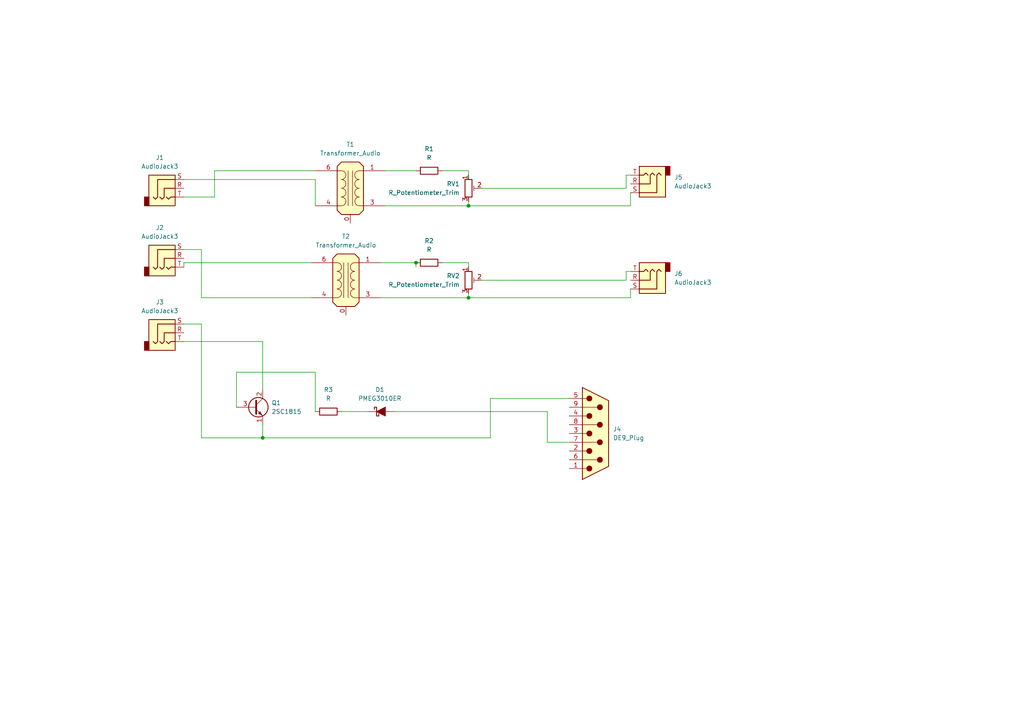
<source format=kicad_sch>
(kicad_sch (version 20230121) (generator eeschema)
  (paper "A4")
  (lib_symbols
    (symbol "Connector:DE9_Plug" (pin_names (offset 1.016) hide)
      (property "Reference" "J" (at 0 13.97 0))
      (property "Value" "DE9_Plug" (at 0 -14.605 0))
      (symbol "DE9_Plug_0_1"
        (circle (center -1.778 -10.16) (radius 0.762) (fill (type outline)))
        (circle (center -1.778 -5.08) (radius 0.762) (fill (type outline)))
        (circle (center -1.778 0) (radius 0.762) (fill (type outline)))
        (circle (center -1.778 5.08) (radius 0.762) (fill (type outline)))
        (circle (center -1.778 10.16) (radius 0.762) (fill (type outline)))
        (polyline (pts (xy -3.81 -10.16) (xy -2.54 -10.16)))
        (polyline (pts (xy -3.81 -7.62) (xy 0.508 -7.62)))
        (polyline (pts (xy -3.81 -5.08) (xy -2.54 -5.08)))
        (polyline (pts (xy -3.81 -2.54) (xy 0.508 -2.54)))
        (polyline (pts (xy -3.81 0) (xy -2.54 0)))
        (polyline (pts (xy -3.81 2.54) (xy 0.508 2.54)))
        (polyline (pts (xy -3.81 5.08) (xy -2.54 5.08)))
        (polyline (pts (xy -3.81 7.62) (xy 0.508 7.62)))
        (polyline (pts (xy -3.81 10.16) (xy -2.54 10.16)))
        (polyline (pts (xy -3.81 -13.335) (xy -3.81 13.335) (xy 3.81 9.525) (xy 3.81 -9.525) (xy -3.81 -13.335)) (stroke (width 0.254)) (fill (type background)))
        (circle (center 1.27 -7.62) (radius 0.762) (fill (type outline)))
        (circle (center 1.27 -2.54) (radius 0.762) (fill (type outline)))
        (circle (center 1.27 2.54) (radius 0.762) (fill (type outline)))
        (circle (center 1.27 7.62) (radius 0.762) (fill (type outline)))
      )
      (symbol "DE9_Plug_1_1"
        (pin passive line (at -7.62 -10.16 0) (length 3.81) (name "1") (number "1"))
        (pin passive line (at -7.62 -5.08 0) (length 3.81) (name "2") (number "2"))
        (pin passive line (at -7.62 0 0) (length 3.81) (name "3") (number "3"))
        (pin passive line (at -7.62 5.08 0) (length 3.81) (name "4") (number "4"))
        (pin passive line (at -7.62 10.16 0) (length 3.81) (name "5") (number "5"))
        (pin passive line (at -7.62 -7.62 0) (length 3.81) (name "6") (number "6"))
        (pin passive line (at -7.62 -2.54 0) (length 3.81) (name "7") (number "7"))
        (pin passive line (at -7.62 2.54 0) (length 3.81) (name "8") (number "8"))
        (pin passive line (at -7.62 7.62 0) (length 3.81) (name "9") (number "9"))
      )
    )
    (symbol "Connector_Audio:AudioJack3"
      (property "Reference" "J" (at 0 8.89 0))
      (property "Value" "AudioJack3" (at 0 6.35 0))
      (symbol "AudioJack3_0_1"
        (rectangle (start -5.08 -5.08) (end -6.35 -2.54) (stroke (width 0.254)) (fill (type outline)))
        (polyline (pts (xy 0 -2.54) (xy 0.635 -3.175) (xy 1.27 -2.54) (xy 2.54 -2.54)) (stroke (width 0.254)))
        (polyline (pts (xy -1.905 -2.54) (xy -1.27 -3.175) (xy -0.635 -2.54) (xy -0.635 0) (xy 2.54 0)) (stroke (width 0.254)))
        (polyline (pts (xy 2.54 2.54) (xy -2.54 2.54) (xy -2.54 -2.54) (xy -3.175 -3.175) (xy -3.81 -2.54)) (stroke (width 0.254)))
        (rectangle (start 2.54 3.81) (end -5.08 -5.08) (stroke (width 0.254)) (fill (type background)))
      )
      (symbol "AudioJack3_1_1"
        (pin passive line (at 5.08 0 180) (length 2.54) (name "~") (number "R"))
        (pin passive line (at 5.08 2.54 180) (length 2.54) (name "~") (number "S"))
        (pin passive line (at 5.08 -2.54 180) (length 2.54) (name "~") (number "T"))
      )
    )
    (symbol "Device:R" (pin_numbers hide) (pin_names (offset 0))
      (property "Reference" "R" (at 2.032 0 90))
      (property "Value" "R" (at 0 0 90))
      (symbol "R_0_1"
        (rectangle (start -1.016 -2.54) (end 1.016 2.54) (stroke (width 0.254)))
      )
      (symbol "R_1_1"
        (pin passive line (at 0 3.81 270) (length 1.27) (name "~") (number "1"))
        (pin passive line (at 0 -3.81 90) (length 1.27) (name "~") (number "2"))
      )
    )
    (symbol "Device:R_Potentiometer_Trim" (pin_names (offset 1.016) hide)
      (property "Reference" "RV" (at -4.445 0 90))
      (property "Value" "R_Potentiometer_Trim" (at -2.54 0 90))
      (symbol "R_Potentiometer_Trim_0_1"
        (polyline (pts (xy 1.524 0.762) (xy 1.524 -0.762)))
        (polyline (pts (xy 2.54 0) (xy 1.524 0)))
        (rectangle (start 1.016 2.54) (end -1.016 -2.54) (stroke (width 0.254)))
      )
      (symbol "R_Potentiometer_Trim_1_1"
        (pin passive line (at 0 3.81 270) (length 1.27) (name "1") (number "1"))
        (pin passive line (at 3.81 0 180) (length 1.27) (name "2") (number "2"))
        (pin passive line (at 0 -3.81 90) (length 1.27) (name "3") (number "3"))
      )
    )
    (symbol "Device:Transformer_Audio" (pin_names (offset 1.016) hide)
      (property "Reference" "T2" (at 0 12.7 0))
      (property "Value" "Transformer_Audio" (at 0 10.16 0))
      (symbol "Transformer_Audio_0_1"
        (arc (start -2.54 -5.0546) (mid -1.6599 -4.6901) (end -1.27 -3.81))
        (arc (start -2.54 -2.5146) (mid -1.6599 -2.1501) (end -1.27 -1.27))
        (arc (start -2.54 0.0254) (mid -1.6599 0.3899) (end -1.27 1.27))
        (arc (start -2.54 2.5654) (mid -1.6599 2.9299) (end -1.27 3.81))
        (arc (start -1.27 -3.81) (mid -1.642 -2.912) (end -2.54 -2.54))
        (arc (start -1.27 -1.27) (mid -1.642 -0.372) (end -2.54 0))
        (arc (start -1.27 1.27) (mid -1.642 2.168) (end -2.54 2.54))
        (arc (start -1.27 3.81) (mid -1.642 4.708) (end -2.54 5.08))
        (polyline (pts (xy -0.635 5.08) (xy -0.635 -5.08)))
        (polyline (pts (xy 0.635 -5.08) (xy 0.635 5.08)))
        (polyline (pts (xy -3.81 6.35) (xy -2.54 7.62) (xy 2.54 7.62) (xy 3.81 6.35) (xy 3.81 -6.35) (xy 2.54 -7.62) (xy -2.54 -7.62) (xy -3.81 -6.35) (xy -3.81 6.35)) (stroke (width 0.254)) (fill (type background)))
        (arc (start 1.2954 -1.27) (mid 1.6599 -2.1501) (end 2.54 -2.5146))
        (arc (start 1.2954 1.27) (mid 1.6599 0.3899) (end 2.54 0.0254))
        (arc (start 1.2954 3.81) (mid 1.6599 2.9299) (end 2.54 2.5654))
        (arc (start 1.3208 -3.81) (mid 1.6853 -4.6901) (end 2.5654 -5.0546))
        (arc (start 2.54 0) (mid 1.642 -0.372) (end 1.2954 -1.27))
        (arc (start 2.54 2.54) (mid 1.642 2.168) (end 1.2954 1.27))
        (arc (start 2.54 5.08) (mid 1.642 4.708) (end 1.2954 3.81))
        (arc (start 2.5654 -2.54) (mid 1.6674 -2.912) (end 1.3208 -3.81))
      )
      (symbol "Transformer_Audio_1_1"
        (pin input line (at 0 -10.16 90) (length 2.54) (name "~") (number "0"))
        (pin passive line (at 10.16 5.08 180) (length 7.62) (name "SB") (number "1"))
        (pin passive line (at 10.16 -5.08 180) (length 7.62) (name "SA") (number "3"))
        (pin passive line (at -10.16 -5.08 0) (length 7.62) (name "AB") (number "4"))
        (pin passive line (at -10.16 5.08 0) (length 7.62) (name "AA") (number "6"))
      )
    )
    (symbol "PCM_Diode_Schottky_AKL:PMEG3010ER" (pin_numbers hide) (pin_names (offset 1.016) hide)
      (property "Reference" "D" (at 0 5.08 0))
      (property "Value" "PMEG3010ER" (at 0 2.54 0))
      (symbol "PMEG3010ER_0_1"
        (polyline (pts (xy -1.27 0) (xy 1.27 0)))
        (polyline (pts (xy -1.27 -1.27) (xy -1.27 1.27) (xy 1.27 0) (xy -1.27 -1.27)) (stroke (width 0.254)) (fill (type outline)))
        (polyline (pts (xy 1.905 -0.635) (xy 1.905 -1.27) (xy 1.27 -1.27) (xy 1.27 1.27) (xy 0.635 1.27) (xy 0.635 0.635)) (stroke (width 0.254)))
      )
      (symbol "PMEG3010ER_1_1"
        (pin passive line (at 3.81 0 180) (length 2.54) (name "K") (number "1"))
        (pin passive line (at -3.81 0 0) (length 2.54) (name "A") (number "2"))
      )
    )
    (symbol "Transformer_Audio_1" (pin_names (offset 1.016) hide)
      (property "Reference" "T1" (at 0 12.7 0))
      (property "Value" "Transformer_Audio" (at 0 10.16 0))
      (symbol "Transformer_Audio_1_0_1"
        (arc (start -2.54 -5.0546) (mid -1.6599 -4.6901) (end -1.27 -3.81))
        (arc (start -2.54 -2.5146) (mid -1.6599 -2.1501) (end -1.27 -1.27))
        (arc (start -2.54 0.0254) (mid -1.6599 0.3899) (end -1.27 1.27))
        (arc (start -2.54 2.5654) (mid -1.6599 2.9299) (end -1.27 3.81))
        (arc (start -1.27 -3.81) (mid -1.642 -2.912) (end -2.54 -2.54))
        (arc (start -1.27 -1.27) (mid -1.642 -0.372) (end -2.54 0))
        (arc (start -1.27 1.27) (mid -1.642 2.168) (end -2.54 2.54))
        (arc (start -1.27 3.81) (mid -1.642 4.708) (end -2.54 5.08))
        (polyline (pts (xy -0.635 5.08) (xy -0.635 -5.08)))
        (polyline (pts (xy 0.635 -5.08) (xy 0.635 5.08)))
        (polyline (pts (xy -3.81 6.35) (xy -2.54 7.62) (xy 2.54 7.62) (xy 3.81 6.35) (xy 3.81 -6.35) (xy 2.54 -7.62) (xy -2.54 -7.62) (xy -3.81 -6.35) (xy -3.81 6.35)) (stroke (width 0.254)) (fill (type background)))
        (arc (start 1.2954 -1.27) (mid 1.6599 -2.1501) (end 2.54 -2.5146))
        (arc (start 1.2954 1.27) (mid 1.6599 0.3899) (end 2.54 0.0254))
        (arc (start 1.2954 3.81) (mid 1.6599 2.9299) (end 2.54 2.5654))
        (arc (start 1.3208 -3.81) (mid 1.6853 -4.6901) (end 2.5654 -5.0546))
        (arc (start 2.54 0) (mid 1.642 -0.372) (end 1.2954 -1.27))
        (arc (start 2.54 2.54) (mid 1.642 2.168) (end 1.2954 1.27))
        (arc (start 2.54 5.08) (mid 1.642 4.708) (end 1.2954 3.81))
        (arc (start 2.5654 -2.54) (mid 1.6674 -2.912) (end 1.3208 -3.81))
      )
      (symbol "Transformer_Audio_1_1_1"
        (pin input line (at 0 -10.16 90) (length 2.54) (name "~") (number "0"))
        (pin passive line (at 10.16 5.08 180) (length 7.62) (name "SB") (number "1"))
        (pin passive line (at 10.16 -5.08 180) (length 7.62) (name "SA") (number "3"))
        (pin passive line (at -10.16 -5.08 0) (length 7.62) (name "AB") (number "4"))
        (pin passive line (at -10.16 5.08 0) (length 7.62) (name "AA") (number "6"))
      )
    )
    (symbol "Transistor_BJT:2SC1815" (pin_names (offset 0) hide)
      (property "Reference" "Q" (at 5.08 1.905 0))
      (property "Value" "2SC1815" (at 5.08 0 0))
      (symbol "2SC1815_0_1"
        (polyline (pts (xy 0 0) (xy 0.508 0)))
        (polyline (pts (xy 0.635 0.635) (xy 2.54 2.54)))
        (polyline (pts (xy 0.635 -0.635) (xy 2.54 -2.54) (xy 2.54 -2.54)))
        (polyline (pts (xy 0.635 1.905) (xy 0.635 -1.905) (xy 0.635 -1.905)) (stroke (width 0.508)))
        (polyline (pts (xy 1.27 -1.778) (xy 1.778 -1.27) (xy 2.286 -2.286) (xy 1.27 -1.778) (xy 1.27 -1.778)) (fill (type outline)))
        (circle (center 1.27 0) (radius 2.8194) (stroke (width 0.254)))
      )
      (symbol "2SC1815_1_1"
        (pin passive line (at 2.54 -5.08 90) (length 2.54) (name "E") (number "1"))
        (pin passive line (at 2.54 5.08 270) (length 2.54) (name "C") (number "2"))
        (pin input line (at -5.08 0 0) (length 5.08) (name "B") (number "3"))
      )
    )
  )
  (junction (at 135.89 86.36))
  (junction (at 135.89 59.69))
  (junction (at 120.65 76.2))
  (junction (at 76.2 127))
  (wire (pts (xy 114.3 119.38) (xy 158.75 119.38)))
  (wire (pts (xy 111.76 59.69) (xy 135.89 59.69)))
  (wire (pts (xy 68.58 107.95) (xy 91.44 107.95)))
  (wire (pts (xy 139.7 81.28) (xy 181.61 81.28)))
  (wire (pts (xy 120.65 76.2) (xy 120.65 77.47)))
  (wire (pts (xy 139.7 54.61) (xy 181.61 54.61)))
  (wire (pts (xy 76.2 127) (xy 58.42 127)))
  (wire (pts (xy 91.44 49.53) (xy 62.23 49.53)))
  (wire (pts (xy 135.89 49.53) (xy 135.89 50.8)))
  (wire (pts (xy 68.58 118.11) (xy 68.58 107.95)))
  (wire (pts (xy 62.23 57.15) (xy 53.34 57.15)))
  (wire (pts (xy 76.2 123.19) (xy 76.2 127)))
  (wire (pts (xy 158.75 119.38) (xy 158.75 128.27)))
  (wire (pts (xy 181.61 50.8) (xy 182.88 50.8)))
  (wire (pts (xy 53.34 76.2) (xy 53.34 77.47)))
  (wire (pts (xy 62.23 49.53) (xy 62.23 57.15)))
  (wire (pts (xy 76.2 99.06) (xy 76.2 113.03)))
  (wire (pts (xy 58.42 72.39) (xy 53.34 72.39)))
  (wire (pts (xy 142.24 127) (xy 76.2 127)))
  (wire (pts (xy 110.49 86.36) (xy 135.89 86.36)))
  (wire (pts (xy 158.75 128.27) (xy 165.1 128.27)))
  (wire (pts (xy 135.89 85.09) (xy 135.89 86.36)))
  (wire (pts (xy 182.88 59.69) (xy 182.88 55.88)))
  (wire (pts (xy 53.34 52.07) (xy 91.44 52.07)))
  (wire (pts (xy 91.44 107.95) (xy 91.44 119.38)))
  (wire (pts (xy 58.42 127) (xy 58.42 93.98)))
  (wire (pts (xy 142.24 115.57) (xy 142.24 127)))
  (wire (pts (xy 58.42 93.98) (xy 53.34 93.98)))
  (wire (pts (xy 181.61 81.28) (xy 181.61 78.74)))
  (wire (pts (xy 99.06 119.38) (xy 106.68 119.38)))
  (wire (pts (xy 135.89 59.69) (xy 135.89 58.42)))
  (wire (pts (xy 58.42 86.36) (xy 58.42 72.39)))
  (wire (pts (xy 53.34 99.06) (xy 76.2 99.06)))
  (wire (pts (xy 91.44 52.07) (xy 91.44 59.69)))
  (wire (pts (xy 128.27 49.53) (xy 135.89 49.53)))
  (wire (pts (xy 181.61 54.61) (xy 181.61 50.8)))
  (wire (pts (xy 90.17 76.2) (xy 53.34 76.2)))
  (wire (pts (xy 165.1 115.57) (xy 142.24 115.57)))
  (wire (pts (xy 135.89 86.36) (xy 182.88 86.36)))
  (wire (pts (xy 181.61 78.74) (xy 182.88 78.74)))
  (wire (pts (xy 110.49 76.2) (xy 120.65 76.2)))
  (wire (pts (xy 111.76 49.53) (xy 120.65 49.53)))
  (wire (pts (xy 182.88 83.82) (xy 182.88 86.36)))
  (wire (pts (xy 128.27 76.2) (xy 135.89 76.2)))
  (wire (pts (xy 90.17 86.36) (xy 58.42 86.36)))
  (wire (pts (xy 135.89 59.69) (xy 182.88 59.69)))
  (wire (pts (xy 135.89 76.2) (xy 135.89 77.47)))
  (symbol (lib_id "Connector_Audio:AudioJack3") (at 187.96 53.34 180) (unit 1)
    (property "Reference" "J5" (at 195.58 51.435 0) (effects (justify right)))
    (property "Value" "AudioJack3" (at 195.58 53.975 0) (effects (justify right)))
    (property "Footprint" "Connector_Audio:Jack_3.5mm_CUI_SJ1-3533NG_Horizontal" (effects hide))
  )
  (symbol (lib_id "Device:R") (at 124.46 49.53 90) (unit 1)
    (property "Reference" "R1" (at 124.46 43.18 90))
    (property "Value" "R" (at 124.46 45.72 90))
    (property "Footprint" "Resistor_THT:R_Axial_DIN0204_L3.6mm_D1.6mm_P1.90mm_Vertical" (effects hide))
  )
  (symbol (lib_id "PCM_Diode_Schottky_AKL:PMEG3010ER") (at 110.49 119.38 180) (unit 1)
    (property "Reference" "D1" (at 110.1725 113.03 0))
    (property "Value" "PMEG3010ER" (at 110.1725 115.57 0))
    (property "Footprint" "PCM_Diode_THT_AKL:D_DO-201AE_P15.24mm_Horizontal" (effects hide))
    (property "Datasheet" "https://www.tme.eu/Document/48315562d13701fc69a3165928151815/PMEG3010ER.pdf" (effects hide))
  )
  (symbol (lib_id "Connector_Audio:AudioJack3") (at 48.26 54.61 0) (unit 1)
    (property "Reference" "J1" (at 46.355 45.72 0))
    (property "Value" "AudioJack3" (at 46.355 48.26 0))
    (property "Footprint" "Connector_Audio:Jack_3.5mm_CUI_SJ1-3533NG_Horizontal" (effects hide))
  )
  (symbol (lib_id "Device:Transformer_Audio") (at 100.33 81.28 0) (unit 1)
    (property "Reference" "T2" (at 100.33 68.58 0))
    (property "Value" "Transformer_Audio" (at 100.33 71.12 0))
    (property "Footprint" "Transformer_THT:Transformer_NF_ETAL_1-1_P1200" (effects hide))
  )
  (symbol (lib_id "Device:R_Potentiometer_Trim") (at 135.89 81.28 0) (unit 1)
    (property "Reference" "RV2" (at 133.35 80.01 0) (effects (justify right)))
    (property "Value" "R_Potentiometer_Trim" (at 133.35 82.55 0) (effects (justify right)))
    (property "Footprint" "PCM_Potentiometer_THT_AKL:Potentiometer_Piher_PT-10-V05_Vertical" (effects hide))
  )
  (symbol (lib_id "Connector_Audio:AudioJack3") (at 48.26 74.93 0) (unit 1)
    (property "Reference" "J2" (at 46.355 66.04 0))
    (property "Value" "AudioJack3" (at 46.355 68.58 0))
    (property "Footprint" "Connector_Audio:Jack_3.5mm_CUI_SJ1-3533NG_Horizontal" (effects hide))
  )
  (symbol (lib_id "Connector:DE9_Plug") (at 172.72 125.73 0) (unit 1)
    (property "Reference" "J4" (at 177.8 124.46 0) (effects (justify left)))
    (property "Value" "DE9_Plug" (at 177.8 127 0) (effects (justify left)))
    (property "Footprint" "Connector_Dsub:DSUB-9_Female_Vertical_P2.77x2.84mm_MountingHoles" (effects hide))
    (property "Datasheet" " ~" (effects hide))
  )
  (symbol (lib_id "Device:R") (at 95.25 119.38 90) (unit 1)
    (property "Reference" "R3" (at 95.25 113.03 90))
    (property "Value" "R" (at 95.25 115.57 90))
    (property "Footprint" "Resistor_THT:R_Axial_DIN0204_L3.6mm_D1.6mm_P1.90mm_Vertical" (effects hide))
  )
  (symbol (lib_id "Connector_Audio:AudioJack3") (at 48.26 96.52 0) (unit 1)
    (property "Reference" "J3" (at 46.355 87.63 0))
    (property "Value" "AudioJack3" (at 46.355 90.17 0))
    (property "Footprint" "Connector_Audio:Jack_3.5mm_CUI_SJ1-3533NG_Horizontal" (effects hide))
  )
  (symbol (lib_id "Device:R_Potentiometer_Trim") (at 135.89 54.61 0) (unit 1)
    (property "Reference" "RV1" (at 133.35 53.34 0) (effects (justify right)))
    (property "Value" "R_Potentiometer_Trim" (at 133.35 55.88 0) (effects (justify right)))
    (property "Footprint" "PCM_Potentiometer_THT_AKL:Potentiometer_Piher_PT-10-V05_Vertical" (effects hide))
  )
  (symbol (lib_id "Transistor_BJT:2SC1815") (at 73.66 118.11 0) (unit 1)
    (property "Reference" "Q1" (at 78.74 116.84 0) (effects (justify left)))
    (property "Value" "2SC1815" (at 78.74 119.38 0) (effects (justify left)))
    (property "Footprint" "Package_TO_SOT_THT:TO-92_Inline" (effects hide))
    (property "Datasheet" "https://media.digikey.com/pdf/Data%20Sheets/Toshiba%20PDFs/2SC1815.pdf" (effects hide))
  )
  (symbol (lib_id "Device:R") (at 124.46 76.2 90) (unit 1)
    (property "Reference" "R2" (at 124.46 69.85 90))
    (property "Value" "R" (at 124.46 72.39 90))
    (property "Footprint" "Resistor_THT:R_Axial_DIN0204_L3.6mm_D1.6mm_P1.90mm_Vertical" (effects hide))
  )
  (symbol (lib_id "Connector_Audio:AudioJack3") (at 187.96 81.28 180) (unit 1)
    (property "Reference" "J6" (at 195.58 79.375 0) (effects (justify right)))
    (property "Value" "AudioJack3" (at 195.58 81.915 0) (effects (justify right)))
    (property "Footprint" "Connector_Audio:Jack_3.5mm_CUI_SJ1-3533NG_Horizontal" (effects hide))
  )
  (symbol (lib_name "Transformer_Audio_1") (lib_id "Device:Transformer_Audio") (at 101.6 54.61 0) (unit 1)
    (property "Reference" "T1" (at 101.6 41.91 0))
    (property "Value" "Transformer_Audio" (at 101.6 44.45 0))
    (property "Footprint" "Transformer_THT:Transformer_NF_ETAL_1-1_P1200" (effects hide))
  )
)
</source>
